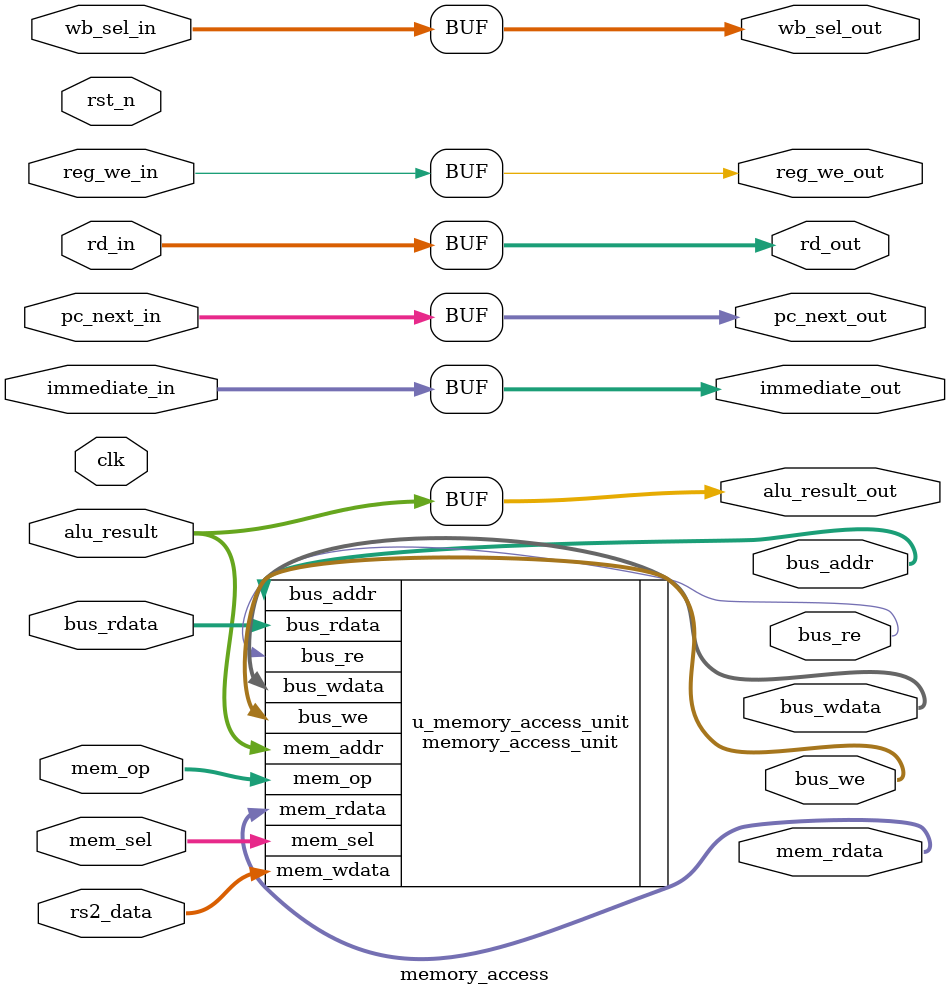
<source format=v>
module memory_access(
        // * Clock Sync Signals Connection --------------------
        input wire clk,
        input wire rst_n,

        // * Internal Signals Connection --------------------
        // ----- Memory Controller -----
        input wire [1:0] mem_op,
        input wire [2:0] mem_sel,
        input wire [31:0] alu_result,
        input wire [31:0] rs2_data,
        output wire [31:0] mem_rdata,
        // ----- Previous Stage Signals -----
        input wire [1:0] wb_sel_in,
        output wire [1:0] wb_sel_out,
        output wire [31:0] alu_result_out,
        input wire [31:0] immediate_in,
        output wire [31:0] immediate_out,
        input wire [31:0] pc_next_in,
        output wire [31:0] pc_next_out,
        input wire [4:0] rd_in,
        output wire [4:0] rd_out,
        input wire reg_we_in,
        output wire reg_we_out,

        // * External Signals Connection --------------------
        output bus_re,
        output [3:0] bus_we,
        output [31:0] bus_addr,
        output [31:0] bus_wdata,
        input [31:0] bus_rdata
    );

    assign wb_sel_out = wb_sel_in;
    assign alu_result_out = alu_result;
    assign immediate_out = immediate_in;
    assign pc_next_out = pc_next_in;
    assign rd_out = rd_in;
    assign reg_we_out = reg_we_in;

    memory_access_unit
        u_memory_access_unit(
            .mem_op    	(mem_op     ),
            .mem_sel   	(mem_sel    ),
            .mem_addr  	(alu_result   ),
            .mem_wdata 	(rs2_data  ),
            .mem_rdata 	(mem_rdata  ),
            .bus_re    	(bus_re     ),
            .bus_we    	(bus_we     ),
            .bus_addr  	(bus_addr   ),
            .bus_wdata 	(bus_wdata  ),
            .bus_rdata 	(bus_rdata  )
        );

endmodule

</source>
